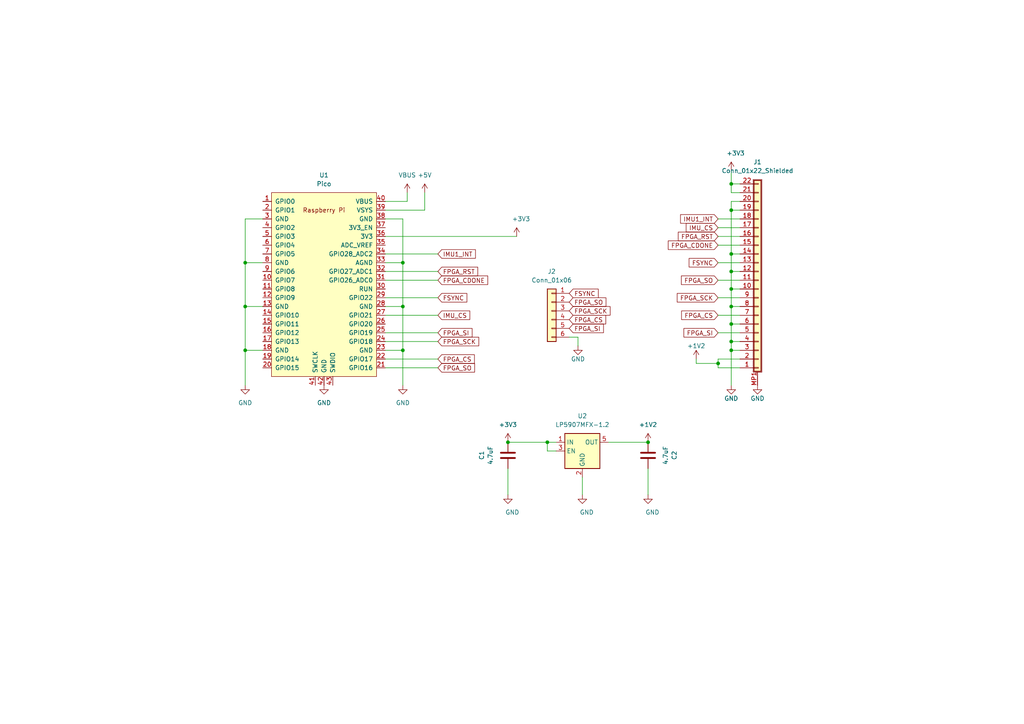
<source format=kicad_sch>
(kicad_sch (version 20211123) (generator eeschema)

  (uuid 27cb6cc3-9568-4449-8035-b04fad31d3b3)

  (paper "A4")

  (title_block
    (title "Breakout board for IMU Array ")
    (date "2024-07-28")
    (rev "Rev 0.1")
    (comment 1 "Designed by Will Whang")
  )

  (lib_symbols
    (symbol "Connector_Generic:Conn_01x06" (pin_names (offset 1.016) hide) (in_bom yes) (on_board yes)
      (property "Reference" "J" (id 0) (at 0 7.62 0)
        (effects (font (size 1.27 1.27)))
      )
      (property "Value" "Conn_01x06" (id 1) (at 0 -10.16 0)
        (effects (font (size 1.27 1.27)))
      )
      (property "Footprint" "" (id 2) (at 0 0 0)
        (effects (font (size 1.27 1.27)) hide)
      )
      (property "Datasheet" "~" (id 3) (at 0 0 0)
        (effects (font (size 1.27 1.27)) hide)
      )
      (property "ki_keywords" "connector" (id 4) (at 0 0 0)
        (effects (font (size 1.27 1.27)) hide)
      )
      (property "ki_description" "Generic connector, single row, 01x06, script generated (kicad-library-utils/schlib/autogen/connector/)" (id 5) (at 0 0 0)
        (effects (font (size 1.27 1.27)) hide)
      )
      (property "ki_fp_filters" "Connector*:*_1x??_*" (id 6) (at 0 0 0)
        (effects (font (size 1.27 1.27)) hide)
      )
      (symbol "Conn_01x06_1_1"
        (rectangle (start -1.27 -7.493) (end 0 -7.747)
          (stroke (width 0.1524) (type default) (color 0 0 0 0))
          (fill (type none))
        )
        (rectangle (start -1.27 -4.953) (end 0 -5.207)
          (stroke (width 0.1524) (type default) (color 0 0 0 0))
          (fill (type none))
        )
        (rectangle (start -1.27 -2.413) (end 0 -2.667)
          (stroke (width 0.1524) (type default) (color 0 0 0 0))
          (fill (type none))
        )
        (rectangle (start -1.27 0.127) (end 0 -0.127)
          (stroke (width 0.1524) (type default) (color 0 0 0 0))
          (fill (type none))
        )
        (rectangle (start -1.27 2.667) (end 0 2.413)
          (stroke (width 0.1524) (type default) (color 0 0 0 0))
          (fill (type none))
        )
        (rectangle (start -1.27 5.207) (end 0 4.953)
          (stroke (width 0.1524) (type default) (color 0 0 0 0))
          (fill (type none))
        )
        (rectangle (start -1.27 6.35) (end 1.27 -8.89)
          (stroke (width 0.254) (type default) (color 0 0 0 0))
          (fill (type background))
        )
        (pin passive line (at -5.08 5.08 0) (length 3.81)
          (name "Pin_1" (effects (font (size 1.27 1.27))))
          (number "1" (effects (font (size 1.27 1.27))))
        )
        (pin passive line (at -5.08 2.54 0) (length 3.81)
          (name "Pin_2" (effects (font (size 1.27 1.27))))
          (number "2" (effects (font (size 1.27 1.27))))
        )
        (pin passive line (at -5.08 0 0) (length 3.81)
          (name "Pin_3" (effects (font (size 1.27 1.27))))
          (number "3" (effects (font (size 1.27 1.27))))
        )
        (pin passive line (at -5.08 -2.54 0) (length 3.81)
          (name "Pin_4" (effects (font (size 1.27 1.27))))
          (number "4" (effects (font (size 1.27 1.27))))
        )
        (pin passive line (at -5.08 -5.08 0) (length 3.81)
          (name "Pin_5" (effects (font (size 1.27 1.27))))
          (number "5" (effects (font (size 1.27 1.27))))
        )
        (pin passive line (at -5.08 -7.62 0) (length 3.81)
          (name "Pin_6" (effects (font (size 1.27 1.27))))
          (number "6" (effects (font (size 1.27 1.27))))
        )
      )
    )
    (symbol "Connector_Generic_Shielded:Conn_01x22_Shielded" (pin_names (offset 1.016) hide) (in_bom yes) (on_board yes)
      (property "Reference" "J?" (id 0) (at 2.54 2.5401 0)
        (effects (font (size 1.27 1.27)) (justify left))
      )
      (property "Value" "Conn_01x22_Shielded" (id 1) (at 2.54 0.0001 0)
        (effects (font (size 1.27 1.27)) (justify left))
      )
      (property "Footprint" "footprints:FH19SC22S05SH09" (id 2) (at 0 0 0)
        (effects (font (size 1.27 1.27)) hide)
      )
      (property "Datasheet" "~" (id 3) (at 0 0 0)
        (effects (font (size 1.27 1.27)) hide)
      )
      (property "ki_keywords" "connector" (id 4) (at 0 0 0)
        (effects (font (size 1.27 1.27)) hide)
      )
      (property "ki_description" "Generic shielded connector, single row, 01x22, script generated (kicad-library-utils/schlib/autogen/connector/)" (id 5) (at 0 0 0)
        (effects (font (size 1.27 1.27)) hide)
      )
      (property "ki_fp_filters" "Connector*:*_1x??-1SH*" (id 6) (at 0 0 0)
        (effects (font (size 1.27 1.27)) hide)
      )
      (symbol "Conn_01x22_Shielded_1_1"
        (rectangle (start -1.27 26.67) (end 1.27 -29.21)
          (stroke (width 0.1524) (type default) (color 0 0 0 0))
          (fill (type none))
        )
        (rectangle (start -1.016 -27.813) (end 0.254 -28.067)
          (stroke (width 0.1524) (type default) (color 0 0 0 0))
          (fill (type none))
        )
        (rectangle (start -1.016 -25.273) (end 0.254 -25.527)
          (stroke (width 0.1524) (type default) (color 0 0 0 0))
          (fill (type none))
        )
        (rectangle (start -1.016 -22.733) (end 0.254 -22.987)
          (stroke (width 0.1524) (type default) (color 0 0 0 0))
          (fill (type none))
        )
        (rectangle (start -1.016 -20.193) (end 0.254 -20.447)
          (stroke (width 0.1524) (type default) (color 0 0 0 0))
          (fill (type none))
        )
        (rectangle (start -1.016 -17.653) (end 0.254 -17.907)
          (stroke (width 0.1524) (type default) (color 0 0 0 0))
          (fill (type none))
        )
        (rectangle (start -1.016 -15.113) (end 0.254 -15.367)
          (stroke (width 0.1524) (type default) (color 0 0 0 0))
          (fill (type none))
        )
        (rectangle (start -1.016 -12.573) (end 0.254 -12.827)
          (stroke (width 0.1524) (type default) (color 0 0 0 0))
          (fill (type none))
        )
        (rectangle (start -1.016 -10.033) (end 0.254 -10.287)
          (stroke (width 0.1524) (type default) (color 0 0 0 0))
          (fill (type none))
        )
        (rectangle (start -1.016 -7.493) (end 0.254 -7.747)
          (stroke (width 0.1524) (type default) (color 0 0 0 0))
          (fill (type none))
        )
        (rectangle (start -1.016 -4.953) (end 0.254 -5.207)
          (stroke (width 0.1524) (type default) (color 0 0 0 0))
          (fill (type none))
        )
        (rectangle (start -1.016 -2.413) (end 0.254 -2.667)
          (stroke (width 0.1524) (type default) (color 0 0 0 0))
          (fill (type none))
        )
        (rectangle (start -1.016 0.127) (end 0.254 -0.127)
          (stroke (width 0.1524) (type default) (color 0 0 0 0))
          (fill (type none))
        )
        (rectangle (start -1.016 2.667) (end 0.254 2.413)
          (stroke (width 0.1524) (type default) (color 0 0 0 0))
          (fill (type none))
        )
        (rectangle (start -1.016 5.207) (end 0.254 4.953)
          (stroke (width 0.1524) (type default) (color 0 0 0 0))
          (fill (type none))
        )
        (rectangle (start -1.016 7.747) (end 0.254 7.493)
          (stroke (width 0.1524) (type default) (color 0 0 0 0))
          (fill (type none))
        )
        (rectangle (start -1.016 10.287) (end 0.254 10.033)
          (stroke (width 0.1524) (type default) (color 0 0 0 0))
          (fill (type none))
        )
        (rectangle (start -1.016 12.827) (end 0.254 12.573)
          (stroke (width 0.1524) (type default) (color 0 0 0 0))
          (fill (type none))
        )
        (rectangle (start -1.016 15.367) (end 0.254 15.113)
          (stroke (width 0.1524) (type default) (color 0 0 0 0))
          (fill (type none))
        )
        (rectangle (start -1.016 17.907) (end 0.254 17.653)
          (stroke (width 0.1524) (type default) (color 0 0 0 0))
          (fill (type none))
        )
        (rectangle (start -1.016 20.447) (end 0.254 20.193)
          (stroke (width 0.1524) (type default) (color 0 0 0 0))
          (fill (type none))
        )
        (rectangle (start -1.016 22.987) (end 0.254 22.733)
          (stroke (width 0.1524) (type default) (color 0 0 0 0))
          (fill (type none))
        )
        (rectangle (start -1.016 25.527) (end 0.254 25.273)
          (stroke (width 0.1524) (type default) (color 0 0 0 0))
          (fill (type none))
        )
        (rectangle (start -1.016 26.416) (end 1.016 -28.956)
          (stroke (width 0.254) (type default) (color 0 0 0 0))
          (fill (type background))
        )
        (pin passive line (at -5.08 25.4 0) (length 4.064)
          (name "Pin_1" (effects (font (size 1.27 1.27))))
          (number "1" (effects (font (size 1.27 1.27))))
        )
        (pin passive line (at -5.08 2.54 0) (length 4.064)
          (name "Pin_10" (effects (font (size 1.27 1.27))))
          (number "10" (effects (font (size 1.27 1.27))))
        )
        (pin passive line (at -5.08 0 0) (length 4.064)
          (name "Pin_11" (effects (font (size 1.27 1.27))))
          (number "11" (effects (font (size 1.27 1.27))))
        )
        (pin passive line (at -5.08 -2.54 0) (length 4.064)
          (name "Pin_12" (effects (font (size 1.27 1.27))))
          (number "12" (effects (font (size 1.27 1.27))))
        )
        (pin passive line (at -5.08 -5.08 0) (length 4.064)
          (name "Pin_13" (effects (font (size 1.27 1.27))))
          (number "13" (effects (font (size 1.27 1.27))))
        )
        (pin passive line (at -5.08 -7.62 0) (length 4.064)
          (name "Pin_14" (effects (font (size 1.27 1.27))))
          (number "14" (effects (font (size 1.27 1.27))))
        )
        (pin passive line (at -5.08 -10.16 0) (length 4.064)
          (name "Pin_15" (effects (font (size 1.27 1.27))))
          (number "15" (effects (font (size 1.27 1.27))))
        )
        (pin passive line (at -5.08 -12.7 0) (length 4.064)
          (name "Pin_16" (effects (font (size 1.27 1.27))))
          (number "16" (effects (font (size 1.27 1.27))))
        )
        (pin passive line (at -5.08 -15.24 0) (length 4.064)
          (name "Pin_17" (effects (font (size 1.27 1.27))))
          (number "17" (effects (font (size 1.27 1.27))))
        )
        (pin passive line (at -5.08 -17.78 0) (length 4.064)
          (name "Pin_18" (effects (font (size 1.27 1.27))))
          (number "18" (effects (font (size 1.27 1.27))))
        )
        (pin passive line (at -5.08 -20.32 0) (length 4.064)
          (name "Pin_19" (effects (font (size 1.27 1.27))))
          (number "19" (effects (font (size 1.27 1.27))))
        )
        (pin passive line (at -5.08 22.86 0) (length 4.064)
          (name "Pin_2" (effects (font (size 1.27 1.27))))
          (number "2" (effects (font (size 1.27 1.27))))
        )
        (pin passive line (at -5.08 -22.86 0) (length 4.064)
          (name "Pin_20" (effects (font (size 1.27 1.27))))
          (number "20" (effects (font (size 1.27 1.27))))
        )
        (pin passive line (at -5.08 -25.4 0) (length 4.064)
          (name "Pin_21" (effects (font (size 1.27 1.27))))
          (number "21" (effects (font (size 1.27 1.27))))
        )
        (pin passive line (at -5.08 -27.94 0) (length 4.064)
          (name "Pin_22" (effects (font (size 1.27 1.27))))
          (number "22" (effects (font (size 1.27 1.27))))
        )
        (pin passive line (at -5.08 20.32 0) (length 4.064)
          (name "Pin_3" (effects (font (size 1.27 1.27))))
          (number "3" (effects (font (size 1.27 1.27))))
        )
        (pin passive line (at -5.08 17.78 0) (length 4.064)
          (name "Pin_4" (effects (font (size 1.27 1.27))))
          (number "4" (effects (font (size 1.27 1.27))))
        )
        (pin passive line (at -5.08 15.24 0) (length 4.064)
          (name "Pin_5" (effects (font (size 1.27 1.27))))
          (number "5" (effects (font (size 1.27 1.27))))
        )
        (pin passive line (at -5.08 12.7 0) (length 4.064)
          (name "Pin_6" (effects (font (size 1.27 1.27))))
          (number "6" (effects (font (size 1.27 1.27))))
        )
        (pin passive line (at -5.08 10.16 0) (length 4.064)
          (name "Pin_7" (effects (font (size 1.27 1.27))))
          (number "7" (effects (font (size 1.27 1.27))))
        )
        (pin passive line (at -5.08 7.62 0) (length 4.064)
          (name "Pin_8" (effects (font (size 1.27 1.27))))
          (number "8" (effects (font (size 1.27 1.27))))
        )
        (pin passive line (at -5.08 5.08 0) (length 4.064)
          (name "Pin_9" (effects (font (size 1.27 1.27))))
          (number "9" (effects (font (size 1.27 1.27))))
        )
        (pin passive line (at 0 30.48 270) (length 3.81)
          (name "Shield" (effects (font (size 1.27 1.27))))
          (number "MP1" (effects (font (size 1.27 1.27))))
        )
        (pin passive line (at 0 30.48 270) (length 3.81) hide
          (name "Shield" (effects (font (size 1.27 1.27))))
          (number "MP2" (effects (font (size 1.27 1.27))))
        )
      )
    )
    (symbol "Device:C" (pin_numbers hide) (pin_names (offset 0.254)) (in_bom yes) (on_board yes)
      (property "Reference" "C" (id 0) (at 0.635 2.54 0)
        (effects (font (size 1.27 1.27)) (justify left))
      )
      (property "Value" "C" (id 1) (at 0.635 -2.54 0)
        (effects (font (size 1.27 1.27)) (justify left))
      )
      (property "Footprint" "" (id 2) (at 0.9652 -3.81 0)
        (effects (font (size 1.27 1.27)) hide)
      )
      (property "Datasheet" "~" (id 3) (at 0 0 0)
        (effects (font (size 1.27 1.27)) hide)
      )
      (property "ki_keywords" "cap capacitor" (id 4) (at 0 0 0)
        (effects (font (size 1.27 1.27)) hide)
      )
      (property "ki_description" "Unpolarized capacitor" (id 5) (at 0 0 0)
        (effects (font (size 1.27 1.27)) hide)
      )
      (property "ki_fp_filters" "C_*" (id 6) (at 0 0 0)
        (effects (font (size 1.27 1.27)) hide)
      )
      (symbol "C_0_1"
        (polyline
          (pts
            (xy -2.032 -0.762)
            (xy 2.032 -0.762)
          )
          (stroke (width 0.508) (type default) (color 0 0 0 0))
          (fill (type none))
        )
        (polyline
          (pts
            (xy -2.032 0.762)
            (xy 2.032 0.762)
          )
          (stroke (width 0.508) (type default) (color 0 0 0 0))
          (fill (type none))
        )
      )
      (symbol "C_1_1"
        (pin passive line (at 0 3.81 270) (length 2.794)
          (name "~" (effects (font (size 1.27 1.27))))
          (number "1" (effects (font (size 1.27 1.27))))
        )
        (pin passive line (at 0 -3.81 90) (length 2.794)
          (name "~" (effects (font (size 1.27 1.27))))
          (number "2" (effects (font (size 1.27 1.27))))
        )
      )
    )
    (symbol "MCU_RaspberryPi_and_Boards:Pico" (pin_names (offset 1.016)) (in_bom yes) (on_board yes)
      (property "Reference" "U" (id 0) (at -13.97 27.94 0)
        (effects (font (size 1.27 1.27)))
      )
      (property "Value" "Pico" (id 1) (at 0 19.05 0)
        (effects (font (size 1.27 1.27)))
      )
      (property "Footprint" "RPi_Pico:RPi_Pico_SMD_TH" (id 2) (at 0 0 90)
        (effects (font (size 1.27 1.27)) hide)
      )
      (property "Datasheet" "" (id 3) (at 0 0 0)
        (effects (font (size 1.27 1.27)) hide)
      )
      (symbol "Pico_0_0"
        (text "Raspberry Pi" (at 0 21.59 0)
          (effects (font (size 1.27 1.27)))
        )
      )
      (symbol "Pico_0_1"
        (rectangle (start -15.24 26.67) (end 15.24 -26.67)
          (stroke (width 0) (type default) (color 0 0 0 0))
          (fill (type background))
        )
      )
      (symbol "Pico_1_1"
        (pin bidirectional line (at -17.78 24.13 0) (length 2.54)
          (name "GPIO0" (effects (font (size 1.27 1.27))))
          (number "1" (effects (font (size 1.27 1.27))))
        )
        (pin bidirectional line (at -17.78 1.27 0) (length 2.54)
          (name "GPIO7" (effects (font (size 1.27 1.27))))
          (number "10" (effects (font (size 1.27 1.27))))
        )
        (pin bidirectional line (at -17.78 -1.27 0) (length 2.54)
          (name "GPIO8" (effects (font (size 1.27 1.27))))
          (number "11" (effects (font (size 1.27 1.27))))
        )
        (pin bidirectional line (at -17.78 -3.81 0) (length 2.54)
          (name "GPIO9" (effects (font (size 1.27 1.27))))
          (number "12" (effects (font (size 1.27 1.27))))
        )
        (pin power_in line (at -17.78 -6.35 0) (length 2.54)
          (name "GND" (effects (font (size 1.27 1.27))))
          (number "13" (effects (font (size 1.27 1.27))))
        )
        (pin bidirectional line (at -17.78 -8.89 0) (length 2.54)
          (name "GPIO10" (effects (font (size 1.27 1.27))))
          (number "14" (effects (font (size 1.27 1.27))))
        )
        (pin bidirectional line (at -17.78 -11.43 0) (length 2.54)
          (name "GPIO11" (effects (font (size 1.27 1.27))))
          (number "15" (effects (font (size 1.27 1.27))))
        )
        (pin bidirectional line (at -17.78 -13.97 0) (length 2.54)
          (name "GPIO12" (effects (font (size 1.27 1.27))))
          (number "16" (effects (font (size 1.27 1.27))))
        )
        (pin bidirectional line (at -17.78 -16.51 0) (length 2.54)
          (name "GPIO13" (effects (font (size 1.27 1.27))))
          (number "17" (effects (font (size 1.27 1.27))))
        )
        (pin power_in line (at -17.78 -19.05 0) (length 2.54)
          (name "GND" (effects (font (size 1.27 1.27))))
          (number "18" (effects (font (size 1.27 1.27))))
        )
        (pin bidirectional line (at -17.78 -21.59 0) (length 2.54)
          (name "GPIO14" (effects (font (size 1.27 1.27))))
          (number "19" (effects (font (size 1.27 1.27))))
        )
        (pin bidirectional line (at -17.78 21.59 0) (length 2.54)
          (name "GPIO1" (effects (font (size 1.27 1.27))))
          (number "2" (effects (font (size 1.27 1.27))))
        )
        (pin bidirectional line (at -17.78 -24.13 0) (length 2.54)
          (name "GPIO15" (effects (font (size 1.27 1.27))))
          (number "20" (effects (font (size 1.27 1.27))))
        )
        (pin bidirectional line (at 17.78 -24.13 180) (length 2.54)
          (name "GPIO16" (effects (font (size 1.27 1.27))))
          (number "21" (effects (font (size 1.27 1.27))))
        )
        (pin bidirectional line (at 17.78 -21.59 180) (length 2.54)
          (name "GPIO17" (effects (font (size 1.27 1.27))))
          (number "22" (effects (font (size 1.27 1.27))))
        )
        (pin power_in line (at 17.78 -19.05 180) (length 2.54)
          (name "GND" (effects (font (size 1.27 1.27))))
          (number "23" (effects (font (size 1.27 1.27))))
        )
        (pin bidirectional line (at 17.78 -16.51 180) (length 2.54)
          (name "GPIO18" (effects (font (size 1.27 1.27))))
          (number "24" (effects (font (size 1.27 1.27))))
        )
        (pin bidirectional line (at 17.78 -13.97 180) (length 2.54)
          (name "GPIO19" (effects (font (size 1.27 1.27))))
          (number "25" (effects (font (size 1.27 1.27))))
        )
        (pin bidirectional line (at 17.78 -11.43 180) (length 2.54)
          (name "GPIO20" (effects (font (size 1.27 1.27))))
          (number "26" (effects (font (size 1.27 1.27))))
        )
        (pin bidirectional line (at 17.78 -8.89 180) (length 2.54)
          (name "GPIO21" (effects (font (size 1.27 1.27))))
          (number "27" (effects (font (size 1.27 1.27))))
        )
        (pin power_in line (at 17.78 -6.35 180) (length 2.54)
          (name "GND" (effects (font (size 1.27 1.27))))
          (number "28" (effects (font (size 1.27 1.27))))
        )
        (pin bidirectional line (at 17.78 -3.81 180) (length 2.54)
          (name "GPIO22" (effects (font (size 1.27 1.27))))
          (number "29" (effects (font (size 1.27 1.27))))
        )
        (pin power_in line (at -17.78 19.05 0) (length 2.54)
          (name "GND" (effects (font (size 1.27 1.27))))
          (number "3" (effects (font (size 1.27 1.27))))
        )
        (pin input line (at 17.78 -1.27 180) (length 2.54)
          (name "RUN" (effects (font (size 1.27 1.27))))
          (number "30" (effects (font (size 1.27 1.27))))
        )
        (pin bidirectional line (at 17.78 1.27 180) (length 2.54)
          (name "GPIO26_ADC0" (effects (font (size 1.27 1.27))))
          (number "31" (effects (font (size 1.27 1.27))))
        )
        (pin bidirectional line (at 17.78 3.81 180) (length 2.54)
          (name "GPIO27_ADC1" (effects (font (size 1.27 1.27))))
          (number "32" (effects (font (size 1.27 1.27))))
        )
        (pin power_in line (at 17.78 6.35 180) (length 2.54)
          (name "AGND" (effects (font (size 1.27 1.27))))
          (number "33" (effects (font (size 1.27 1.27))))
        )
        (pin bidirectional line (at 17.78 8.89 180) (length 2.54)
          (name "GPIO28_ADC2" (effects (font (size 1.27 1.27))))
          (number "34" (effects (font (size 1.27 1.27))))
        )
        (pin unspecified line (at 17.78 11.43 180) (length 2.54)
          (name "ADC_VREF" (effects (font (size 1.27 1.27))))
          (number "35" (effects (font (size 1.27 1.27))))
        )
        (pin unspecified line (at 17.78 13.97 180) (length 2.54)
          (name "3V3" (effects (font (size 1.27 1.27))))
          (number "36" (effects (font (size 1.27 1.27))))
        )
        (pin input line (at 17.78 16.51 180) (length 2.54)
          (name "3V3_EN" (effects (font (size 1.27 1.27))))
          (number "37" (effects (font (size 1.27 1.27))))
        )
        (pin bidirectional line (at 17.78 19.05 180) (length 2.54)
          (name "GND" (effects (font (size 1.27 1.27))))
          (number "38" (effects (font (size 1.27 1.27))))
        )
        (pin unspecified line (at 17.78 21.59 180) (length 2.54)
          (name "VSYS" (effects (font (size 1.27 1.27))))
          (number "39" (effects (font (size 1.27 1.27))))
        )
        (pin bidirectional line (at -17.78 16.51 0) (length 2.54)
          (name "GPIO2" (effects (font (size 1.27 1.27))))
          (number "4" (effects (font (size 1.27 1.27))))
        )
        (pin unspecified line (at 17.78 24.13 180) (length 2.54)
          (name "VBUS" (effects (font (size 1.27 1.27))))
          (number "40" (effects (font (size 1.27 1.27))))
        )
        (pin input line (at -2.54 -29.21 90) (length 2.54)
          (name "SWCLK" (effects (font (size 1.27 1.27))))
          (number "41" (effects (font (size 1.27 1.27))))
        )
        (pin power_in line (at 0 -29.21 90) (length 2.54)
          (name "GND" (effects (font (size 1.27 1.27))))
          (number "42" (effects (font (size 1.27 1.27))))
        )
        (pin bidirectional line (at 2.54 -29.21 90) (length 2.54)
          (name "SWDIO" (effects (font (size 1.27 1.27))))
          (number "43" (effects (font (size 1.27 1.27))))
        )
        (pin bidirectional line (at -17.78 13.97 0) (length 2.54)
          (name "GPIO3" (effects (font (size 1.27 1.27))))
          (number "5" (effects (font (size 1.27 1.27))))
        )
        (pin bidirectional line (at -17.78 11.43 0) (length 2.54)
          (name "GPIO4" (effects (font (size 1.27 1.27))))
          (number "6" (effects (font (size 1.27 1.27))))
        )
        (pin bidirectional line (at -17.78 8.89 0) (length 2.54)
          (name "GPIO5" (effects (font (size 1.27 1.27))))
          (number "7" (effects (font (size 1.27 1.27))))
        )
        (pin power_in line (at -17.78 6.35 0) (length 2.54)
          (name "GND" (effects (font (size 1.27 1.27))))
          (number "8" (effects (font (size 1.27 1.27))))
        )
        (pin bidirectional line (at -17.78 3.81 0) (length 2.54)
          (name "GPIO6" (effects (font (size 1.27 1.27))))
          (number "9" (effects (font (size 1.27 1.27))))
        )
      )
    )
    (symbol "Regulator_Linear:LP5907MFX-1.8" (in_bom yes) (on_board yes)
      (property "Reference" "U" (id 0) (at -3.81 6.35 0)
        (effects (font (size 1.27 1.27)))
      )
      (property "Value" "LP5907MFX-1.8" (id 1) (at 6.35 6.35 0)
        (effects (font (size 1.27 1.27)))
      )
      (property "Footprint" "Package_TO_SOT_SMD:SOT-23-5" (id 2) (at 0 8.89 0)
        (effects (font (size 1.27 1.27)) hide)
      )
      (property "Datasheet" "http://www.ti.com/lit/ds/symlink/lp5907.pdf" (id 3) (at 0 12.7 0)
        (effects (font (size 1.27 1.27)) hide)
      )
      (property "ki_keywords" "Single Output LDO Low-Noise" (id 4) (at 0 0 0)
        (effects (font (size 1.27 1.27)) hide)
      )
      (property "ki_description" "250-mA Ultra-Low-Noise Low-IQ LDO, 1.8V, SOT-23" (id 5) (at 0 0 0)
        (effects (font (size 1.27 1.27)) hide)
      )
      (property "ki_fp_filters" "SOT?23*" (id 6) (at 0 0 0)
        (effects (font (size 1.27 1.27)) hide)
      )
      (symbol "LP5907MFX-1.8_0_1"
        (rectangle (start -5.08 -5.08) (end 5.08 5.08)
          (stroke (width 0.254) (type default) (color 0 0 0 0))
          (fill (type background))
        )
        (pin power_in line (at -7.62 2.54 0) (length 2.54)
          (name "IN" (effects (font (size 1.27 1.27))))
          (number "1" (effects (font (size 1.27 1.27))))
        )
        (pin power_in line (at 0 -7.62 90) (length 2.54)
          (name "GND" (effects (font (size 1.27 1.27))))
          (number "2" (effects (font (size 1.27 1.27))))
        )
        (pin input line (at -7.62 0 0) (length 2.54)
          (name "EN" (effects (font (size 1.27 1.27))))
          (number "3" (effects (font (size 1.27 1.27))))
        )
        (pin no_connect line (at 5.08 0 180) (length 2.54) hide
          (name "NC" (effects (font (size 1.27 1.27))))
          (number "4" (effects (font (size 1.27 1.27))))
        )
        (pin power_out line (at 7.62 2.54 180) (length 2.54)
          (name "OUT" (effects (font (size 1.27 1.27))))
          (number "5" (effects (font (size 1.27 1.27))))
        )
      )
    )
    (symbol "power:+1V2" (power) (pin_names (offset 0)) (in_bom yes) (on_board yes)
      (property "Reference" "#PWR" (id 0) (at 0 -3.81 0)
        (effects (font (size 1.27 1.27)) hide)
      )
      (property "Value" "+1V2" (id 1) (at 0 3.556 0)
        (effects (font (size 1.27 1.27)))
      )
      (property "Footprint" "" (id 2) (at 0 0 0)
        (effects (font (size 1.27 1.27)) hide)
      )
      (property "Datasheet" "" (id 3) (at 0 0 0)
        (effects (font (size 1.27 1.27)) hide)
      )
      (property "ki_keywords" "power-flag" (id 4) (at 0 0 0)
        (effects (font (size 1.27 1.27)) hide)
      )
      (property "ki_description" "Power symbol creates a global label with name \"+1V2\"" (id 5) (at 0 0 0)
        (effects (font (size 1.27 1.27)) hide)
      )
      (symbol "+1V2_0_1"
        (polyline
          (pts
            (xy -0.762 1.27)
            (xy 0 2.54)
          )
          (stroke (width 0) (type default) (color 0 0 0 0))
          (fill (type none))
        )
        (polyline
          (pts
            (xy 0 0)
            (xy 0 2.54)
          )
          (stroke (width 0) (type default) (color 0 0 0 0))
          (fill (type none))
        )
        (polyline
          (pts
            (xy 0 2.54)
            (xy 0.762 1.27)
          )
          (stroke (width 0) (type default) (color 0 0 0 0))
          (fill (type none))
        )
      )
      (symbol "+1V2_1_1"
        (pin power_in line (at 0 0 90) (length 0) hide
          (name "+1V2" (effects (font (size 1.27 1.27))))
          (number "1" (effects (font (size 1.27 1.27))))
        )
      )
    )
    (symbol "power:+3V3" (power) (pin_names (offset 0)) (in_bom yes) (on_board yes)
      (property "Reference" "#PWR" (id 0) (at 0 -3.81 0)
        (effects (font (size 1.27 1.27)) hide)
      )
      (property "Value" "+3V3" (id 1) (at 0 3.556 0)
        (effects (font (size 1.27 1.27)))
      )
      (property "Footprint" "" (id 2) (at 0 0 0)
        (effects (font (size 1.27 1.27)) hide)
      )
      (property "Datasheet" "" (id 3) (at 0 0 0)
        (effects (font (size 1.27 1.27)) hide)
      )
      (property "ki_keywords" "power-flag" (id 4) (at 0 0 0)
        (effects (font (size 1.27 1.27)) hide)
      )
      (property "ki_description" "Power symbol creates a global label with name \"+3V3\"" (id 5) (at 0 0 0)
        (effects (font (size 1.27 1.27)) hide)
      )
      (symbol "+3V3_0_1"
        (polyline
          (pts
            (xy -0.762 1.27)
            (xy 0 2.54)
          )
          (stroke (width 0) (type default) (color 0 0 0 0))
          (fill (type none))
        )
        (polyline
          (pts
            (xy 0 0)
            (xy 0 2.54)
          )
          (stroke (width 0) (type default) (color 0 0 0 0))
          (fill (type none))
        )
        (polyline
          (pts
            (xy 0 2.54)
            (xy 0.762 1.27)
          )
          (stroke (width 0) (type default) (color 0 0 0 0))
          (fill (type none))
        )
      )
      (symbol "+3V3_1_1"
        (pin power_in line (at 0 0 90) (length 0) hide
          (name "+3V3" (effects (font (size 1.27 1.27))))
          (number "1" (effects (font (size 1.27 1.27))))
        )
      )
    )
    (symbol "power:+5V" (power) (pin_names (offset 0)) (in_bom yes) (on_board yes)
      (property "Reference" "#PWR" (id 0) (at 0 -3.81 0)
        (effects (font (size 1.27 1.27)) hide)
      )
      (property "Value" "+5V" (id 1) (at 0 3.556 0)
        (effects (font (size 1.27 1.27)))
      )
      (property "Footprint" "" (id 2) (at 0 0 0)
        (effects (font (size 1.27 1.27)) hide)
      )
      (property "Datasheet" "" (id 3) (at 0 0 0)
        (effects (font (size 1.27 1.27)) hide)
      )
      (property "ki_keywords" "power-flag" (id 4) (at 0 0 0)
        (effects (font (size 1.27 1.27)) hide)
      )
      (property "ki_description" "Power symbol creates a global label with name \"+5V\"" (id 5) (at 0 0 0)
        (effects (font (size 1.27 1.27)) hide)
      )
      (symbol "+5V_0_1"
        (polyline
          (pts
            (xy -0.762 1.27)
            (xy 0 2.54)
          )
          (stroke (width 0) (type default) (color 0 0 0 0))
          (fill (type none))
        )
        (polyline
          (pts
            (xy 0 0)
            (xy 0 2.54)
          )
          (stroke (width 0) (type default) (color 0 0 0 0))
          (fill (type none))
        )
        (polyline
          (pts
            (xy 0 2.54)
            (xy 0.762 1.27)
          )
          (stroke (width 0) (type default) (color 0 0 0 0))
          (fill (type none))
        )
      )
      (symbol "+5V_1_1"
        (pin power_in line (at 0 0 90) (length 0) hide
          (name "+5V" (effects (font (size 1.27 1.27))))
          (number "1" (effects (font (size 1.27 1.27))))
        )
      )
    )
    (symbol "power:GND" (power) (pin_names (offset 0)) (in_bom yes) (on_board yes)
      (property "Reference" "#PWR" (id 0) (at 0 -6.35 0)
        (effects (font (size 1.27 1.27)) hide)
      )
      (property "Value" "GND" (id 1) (at 0 -3.81 0)
        (effects (font (size 1.27 1.27)))
      )
      (property "Footprint" "" (id 2) (at 0 0 0)
        (effects (font (size 1.27 1.27)) hide)
      )
      (property "Datasheet" "" (id 3) (at 0 0 0)
        (effects (font (size 1.27 1.27)) hide)
      )
      (property "ki_keywords" "power-flag" (id 4) (at 0 0 0)
        (effects (font (size 1.27 1.27)) hide)
      )
      (property "ki_description" "Power symbol creates a global label with name \"GND\" , ground" (id 5) (at 0 0 0)
        (effects (font (size 1.27 1.27)) hide)
      )
      (symbol "GND_0_1"
        (polyline
          (pts
            (xy 0 0)
            (xy 0 -1.27)
            (xy 1.27 -1.27)
            (xy 0 -2.54)
            (xy -1.27 -1.27)
            (xy 0 -1.27)
          )
          (stroke (width 0) (type default) (color 0 0 0 0))
          (fill (type none))
        )
      )
      (symbol "GND_1_1"
        (pin power_in line (at 0 0 270) (length 0) hide
          (name "GND" (effects (font (size 1.27 1.27))))
          (number "1" (effects (font (size 1.27 1.27))))
        )
      )
    )
    (symbol "power:VBUS" (power) (pin_names (offset 0)) (in_bom yes) (on_board yes)
      (property "Reference" "#PWR" (id 0) (at 0 -3.81 0)
        (effects (font (size 1.27 1.27)) hide)
      )
      (property "Value" "VBUS" (id 1) (at 0 3.81 0)
        (effects (font (size 1.27 1.27)))
      )
      (property "Footprint" "" (id 2) (at 0 0 0)
        (effects (font (size 1.27 1.27)) hide)
      )
      (property "Datasheet" "" (id 3) (at 0 0 0)
        (effects (font (size 1.27 1.27)) hide)
      )
      (property "ki_keywords" "power-flag" (id 4) (at 0 0 0)
        (effects (font (size 1.27 1.27)) hide)
      )
      (property "ki_description" "Power symbol creates a global label with name \"VBUS\"" (id 5) (at 0 0 0)
        (effects (font (size 1.27 1.27)) hide)
      )
      (symbol "VBUS_0_1"
        (polyline
          (pts
            (xy -0.762 1.27)
            (xy 0 2.54)
          )
          (stroke (width 0) (type default) (color 0 0 0 0))
          (fill (type none))
        )
        (polyline
          (pts
            (xy 0 0)
            (xy 0 2.54)
          )
          (stroke (width 0) (type default) (color 0 0 0 0))
          (fill (type none))
        )
        (polyline
          (pts
            (xy 0 2.54)
            (xy 0.762 1.27)
          )
          (stroke (width 0) (type default) (color 0 0 0 0))
          (fill (type none))
        )
      )
      (symbol "VBUS_1_1"
        (pin power_in line (at 0 0 90) (length 0) hide
          (name "VBUS" (effects (font (size 1.27 1.27))))
          (number "1" (effects (font (size 1.27 1.27))))
        )
      )
    )
  )

  (junction (at 147.32 128.27) (diameter 0) (color 0 0 0 0)
    (uuid 116406fa-c0c2-43af-9a0f-b820815637b4)
  )
  (junction (at 212.09 53.34) (diameter 0) (color 0 0 0 0)
    (uuid 1c51c775-0f25-483c-89d8-c466cf84bc96)
  )
  (junction (at 116.84 88.9) (diameter 0) (color 0 0 0 0)
    (uuid 21688e9f-db0d-4803-8dcc-1dba5d0f4a62)
  )
  (junction (at 158.75 128.27) (diameter 0) (color 0 0 0 0)
    (uuid 21d14e7c-7172-47f6-bec1-98aa8493f4e2)
  )
  (junction (at 116.84 76.2) (diameter 0) (color 0 0 0 0)
    (uuid 31c9c5b1-251d-4fb1-a5d0-13a44598dae5)
  )
  (junction (at 212.09 99.06) (diameter 0) (color 0 0 0 0)
    (uuid 355e4571-add8-4e56-859d-19c5074b0bde)
  )
  (junction (at 212.09 101.6) (diameter 0) (color 0 0 0 0)
    (uuid 3bab5819-26f5-4d5a-abce-aef4921f6110)
  )
  (junction (at 212.09 83.82) (diameter 0) (color 0 0 0 0)
    (uuid 4d6ce01b-6f4f-4be2-aff4-07546a23e687)
  )
  (junction (at 212.09 93.98) (diameter 0) (color 0 0 0 0)
    (uuid 530d97d1-fb96-4a6b-a254-8d9c33b70c71)
  )
  (junction (at 71.12 76.2) (diameter 0) (color 0 0 0 0)
    (uuid 77a5d914-de81-4af2-be41-f22258e018f6)
  )
  (junction (at 71.12 88.9) (diameter 0) (color 0 0 0 0)
    (uuid 7e72f01b-44ea-49b1-aaaa-c159036a1760)
  )
  (junction (at 212.09 60.96) (diameter 0) (color 0 0 0 0)
    (uuid 8fc99402-4cae-4f43-985c-b49cce7529ea)
  )
  (junction (at 187.96 128.27) (diameter 0) (color 0 0 0 0)
    (uuid a129b7ec-658b-42e1-b9a4-f8817dc5df3b)
  )
  (junction (at 71.12 101.6) (diameter 0) (color 0 0 0 0)
    (uuid ae128ed3-3944-49f7-8fe5-a6390e412d41)
  )
  (junction (at 116.84 101.6) (diameter 0) (color 0 0 0 0)
    (uuid bc2757fd-a0dd-4d44-8b14-a914cc5a7881)
  )
  (junction (at 212.09 88.9) (diameter 0) (color 0 0 0 0)
    (uuid c2b58a10-d5e4-42c5-b7ba-a01a0872e668)
  )
  (junction (at 212.09 78.74) (diameter 0) (color 0 0 0 0)
    (uuid d7be605e-e08f-428f-ad0e-793f45a5bf1a)
  )
  (junction (at 208.28 105.41) (diameter 0) (color 0 0 0 0)
    (uuid da12483a-b847-4549-bfa6-6dd2882b9cf2)
  )
  (junction (at 212.09 73.66) (diameter 0) (color 0 0 0 0)
    (uuid e4833743-72e0-4790-bd03-285db310e5cb)
  )

  (wire (pts (xy 123.19 60.96) (xy 123.19 55.88))
    (stroke (width 0) (type default) (color 0 0 0 0))
    (uuid 01e6b5f5-f90f-41a7-8c26-25072a1fe6a1)
  )
  (wire (pts (xy 71.12 101.6) (xy 76.2 101.6))
    (stroke (width 0) (type default) (color 0 0 0 0))
    (uuid 05a52255-c09b-4d40-9159-5bb493364b36)
  )
  (wire (pts (xy 111.76 78.74) (xy 127 78.74))
    (stroke (width 0) (type default) (color 0 0 0 0))
    (uuid 0c579192-6f72-4e3b-96a6-7db36fba0b88)
  )
  (wire (pts (xy 212.09 60.96) (xy 214.63 60.96))
    (stroke (width 0) (type default) (color 0 0 0 0))
    (uuid 0ca7591a-b887-4212-9940-9f8b1b36e313)
  )
  (wire (pts (xy 111.76 101.6) (xy 116.84 101.6))
    (stroke (width 0) (type default) (color 0 0 0 0))
    (uuid 0cbb30b2-3f2f-4d51-b657-0599c50d3eab)
  )
  (wire (pts (xy 111.76 104.14) (xy 127 104.14))
    (stroke (width 0) (type default) (color 0 0 0 0))
    (uuid 0d8acac2-007c-4203-bd43-d8c940d8c60e)
  )
  (wire (pts (xy 212.09 58.42) (xy 212.09 60.96))
    (stroke (width 0) (type default) (color 0 0 0 0))
    (uuid 105b57ec-2794-47db-ba3e-84ff88a475e5)
  )
  (wire (pts (xy 214.63 99.06) (xy 212.09 99.06))
    (stroke (width 0) (type default) (color 0 0 0 0))
    (uuid 1a49dcc6-ee45-4f60-889a-2d62543204fc)
  )
  (wire (pts (xy 187.96 135.89) (xy 187.96 143.51))
    (stroke (width 0) (type solid) (color 0 0 0 0))
    (uuid 1cb37df4-ce29-417f-834c-6e0387e62e20)
  )
  (wire (pts (xy 111.76 73.66) (xy 127 73.66))
    (stroke (width 0) (type default) (color 0 0 0 0))
    (uuid 1fecfa5a-a8c2-4734-872f-e1ee6fc4840d)
  )
  (wire (pts (xy 71.12 88.9) (xy 71.12 101.6))
    (stroke (width 0) (type default) (color 0 0 0 0))
    (uuid 201e558b-718d-4c02-a4b1-ab92061d8d6d)
  )
  (wire (pts (xy 201.93 105.41) (xy 208.28 105.41))
    (stroke (width 0) (type default) (color 0 0 0 0))
    (uuid 22169359-1002-414c-90ba-f4567f64246d)
  )
  (wire (pts (xy 212.09 49.53) (xy 212.09 53.34))
    (stroke (width 0) (type default) (color 0 0 0 0))
    (uuid 2443280f-7acb-40ca-8730-bcc011e12b09)
  )
  (wire (pts (xy 111.76 68.58) (xy 149.86 68.58))
    (stroke (width 0) (type default) (color 0 0 0 0))
    (uuid 246d6687-2a34-41ea-86a3-a22d9b454b0c)
  )
  (wire (pts (xy 71.12 76.2) (xy 76.2 76.2))
    (stroke (width 0) (type default) (color 0 0 0 0))
    (uuid 280e1fde-8f56-4b70-ba8c-c3cb86267a8c)
  )
  (wire (pts (xy 168.91 138.43) (xy 168.91 143.51))
    (stroke (width 0) (type solid) (color 0 0 0 0))
    (uuid 2866145f-d661-4b5d-8ed6-0589c52ec037)
  )
  (wire (pts (xy 111.76 60.96) (xy 123.19 60.96))
    (stroke (width 0) (type default) (color 0 0 0 0))
    (uuid 2a29e706-86a8-4370-b1ee-c561e35ebfae)
  )
  (wire (pts (xy 111.76 86.36) (xy 127 86.36))
    (stroke (width 0) (type default) (color 0 0 0 0))
    (uuid 35315146-b603-43f3-8737-b313a5bcd1c7)
  )
  (wire (pts (xy 111.76 99.06) (xy 127 99.06))
    (stroke (width 0) (type default) (color 0 0 0 0))
    (uuid 40319147-9d87-4369-b06f-b5df2715ac36)
  )
  (wire (pts (xy 118.11 58.42) (xy 118.11 55.88))
    (stroke (width 0) (type default) (color 0 0 0 0))
    (uuid 41b7cc5f-fa92-4dc0-92f4-28d2b92984c8)
  )
  (wire (pts (xy 208.28 71.12) (xy 214.63 71.12))
    (stroke (width 0) (type default) (color 0 0 0 0))
    (uuid 43449e27-4d85-4032-8990-3464c988ae6a)
  )
  (wire (pts (xy 116.84 88.9) (xy 116.84 101.6))
    (stroke (width 0) (type default) (color 0 0 0 0))
    (uuid 47959ef7-aee0-429a-8086-909a77a78955)
  )
  (wire (pts (xy 111.76 81.28) (xy 127 81.28))
    (stroke (width 0) (type default) (color 0 0 0 0))
    (uuid 4cb023a4-3f7e-47d3-a5cb-0eb9621ca77b)
  )
  (wire (pts (xy 71.12 101.6) (xy 71.12 111.76))
    (stroke (width 0) (type default) (color 0 0 0 0))
    (uuid 4fbfde69-ee76-429f-8bc5-7a89eca01034)
  )
  (wire (pts (xy 76.2 63.5) (xy 71.12 63.5))
    (stroke (width 0) (type default) (color 0 0 0 0))
    (uuid 519b2cdf-f903-4912-a974-e3a8473cb6d2)
  )
  (wire (pts (xy 208.28 76.2) (xy 214.63 76.2))
    (stroke (width 0) (type default) (color 0 0 0 0))
    (uuid 5529c27b-9ec2-4d85-af6f-404cc4929830)
  )
  (wire (pts (xy 212.09 78.74) (xy 214.63 78.74))
    (stroke (width 0) (type default) (color 0 0 0 0))
    (uuid 593f4487-e75e-4205-8954-2e0174fc68a5)
  )
  (wire (pts (xy 71.12 63.5) (xy 71.12 76.2))
    (stroke (width 0) (type default) (color 0 0 0 0))
    (uuid 59b5e533-ceab-4bee-95e6-396125f5231a)
  )
  (wire (pts (xy 111.76 88.9) (xy 116.84 88.9))
    (stroke (width 0) (type default) (color 0 0 0 0))
    (uuid 632dd95f-ea40-464d-864f-d643072f17a3)
  )
  (wire (pts (xy 212.09 93.98) (xy 212.09 99.06))
    (stroke (width 0) (type default) (color 0 0 0 0))
    (uuid 69afb36f-38c7-486f-9bad-3c59cf6bb002)
  )
  (wire (pts (xy 214.63 55.88) (xy 212.09 55.88))
    (stroke (width 0) (type default) (color 0 0 0 0))
    (uuid 6f5f91e1-01b3-4fdb-815e-a19da37f450f)
  )
  (wire (pts (xy 208.28 68.58) (xy 214.63 68.58))
    (stroke (width 0) (type default) (color 0 0 0 0))
    (uuid 6ff7488d-eb57-4fe1-9e86-e01ee8ee85a8)
  )
  (wire (pts (xy 208.28 106.68) (xy 214.63 106.68))
    (stroke (width 0) (type default) (color 0 0 0 0))
    (uuid 74564550-f349-47aa-bf64-94bcc6e8578c)
  )
  (wire (pts (xy 116.84 63.5) (xy 116.84 76.2))
    (stroke (width 0) (type default) (color 0 0 0 0))
    (uuid 77ca7c0a-a65e-46a0-9ccc-b41a4b21c724)
  )
  (wire (pts (xy 212.09 93.98) (xy 214.63 93.98))
    (stroke (width 0) (type default) (color 0 0 0 0))
    (uuid 7b5084bc-d6ee-4078-b784-7eb65a89ea7c)
  )
  (wire (pts (xy 71.12 76.2) (xy 71.12 88.9))
    (stroke (width 0) (type default) (color 0 0 0 0))
    (uuid 7be2fa6b-1db2-461a-a542-af6964e801ea)
  )
  (wire (pts (xy 212.09 88.9) (xy 214.63 88.9))
    (stroke (width 0) (type default) (color 0 0 0 0))
    (uuid 8160d8d3-4a0e-422a-bb66-3f6f5bcaa8a0)
  )
  (wire (pts (xy 201.93 104.14) (xy 201.93 105.41))
    (stroke (width 0) (type default) (color 0 0 0 0))
    (uuid 81c09cdc-d220-4056-852a-708df2f5652d)
  )
  (wire (pts (xy 147.32 135.89) (xy 147.32 143.51))
    (stroke (width 0) (type solid) (color 0 0 0 0))
    (uuid 838dcdb5-745f-4cbc-a0a0-5beed7eb0b26)
  )
  (wire (pts (xy 111.76 106.68) (xy 127 106.68))
    (stroke (width 0) (type default) (color 0 0 0 0))
    (uuid 88b37228-eaaa-45d8-93ac-6b7bd71379d3)
  )
  (wire (pts (xy 167.64 97.79) (xy 167.64 100.33))
    (stroke (width 0) (type default) (color 0 0 0 0))
    (uuid 910a4c9f-37d3-4fba-9720-f75adf30337d)
  )
  (wire (pts (xy 214.63 58.42) (xy 212.09 58.42))
    (stroke (width 0) (type default) (color 0 0 0 0))
    (uuid 92d9db26-4c21-448e-8ee5-46e50c10081e)
  )
  (wire (pts (xy 212.09 78.74) (xy 212.09 83.82))
    (stroke (width 0) (type default) (color 0 0 0 0))
    (uuid 935b1ff1-9e60-4847-8f19-3fcce08d334a)
  )
  (wire (pts (xy 212.09 83.82) (xy 214.63 83.82))
    (stroke (width 0) (type default) (color 0 0 0 0))
    (uuid 94e53c97-a082-4667-bdfb-8e85720b0e3b)
  )
  (wire (pts (xy 208.28 66.04) (xy 214.63 66.04))
    (stroke (width 0) (type default) (color 0 0 0 0))
    (uuid 95288a2c-4b10-4175-83ff-e1100dc4ef4a)
  )
  (wire (pts (xy 212.09 53.34) (xy 212.09 55.88))
    (stroke (width 0) (type default) (color 0 0 0 0))
    (uuid 978ff0cd-1ac0-4f60-b507-a603b2d21e04)
  )
  (wire (pts (xy 161.29 130.81) (xy 158.75 130.81))
    (stroke (width 0) (type default) (color 0 0 0 0))
    (uuid 97e96add-25ce-42a3-8891-d3b55eeeb9d6)
  )
  (wire (pts (xy 212.09 83.82) (xy 212.09 88.9))
    (stroke (width 0) (type default) (color 0 0 0 0))
    (uuid 9c32aeb9-c717-4511-b331-4fa679cb9cb5)
  )
  (wire (pts (xy 111.76 76.2) (xy 116.84 76.2))
    (stroke (width 0) (type default) (color 0 0 0 0))
    (uuid a001e84f-7b09-40a6-bf7b-483cd42362a5)
  )
  (wire (pts (xy 116.84 76.2) (xy 116.84 88.9))
    (stroke (width 0) (type default) (color 0 0 0 0))
    (uuid a387a3ca-1bba-4020-801f-866eea7b4348)
  )
  (wire (pts (xy 71.12 88.9) (xy 76.2 88.9))
    (stroke (width 0) (type default) (color 0 0 0 0))
    (uuid a7951eb6-dfea-4c62-a6ef-bfe9309a44b3)
  )
  (wire (pts (xy 208.28 104.14) (xy 214.63 104.14))
    (stroke (width 0) (type default) (color 0 0 0 0))
    (uuid b1631608-fe5d-470e-a70d-8f6a0e29380c)
  )
  (wire (pts (xy 208.28 105.41) (xy 208.28 106.68))
    (stroke (width 0) (type default) (color 0 0 0 0))
    (uuid b2f2d9e6-a135-443e-86a5-1c5d06026d75)
  )
  (wire (pts (xy 165.1 97.79) (xy 167.64 97.79))
    (stroke (width 0) (type default) (color 0 0 0 0))
    (uuid b4b0dd65-9219-4d54-9765-23a32f180b30)
  )
  (wire (pts (xy 111.76 63.5) (xy 116.84 63.5))
    (stroke (width 0) (type default) (color 0 0 0 0))
    (uuid b53e5cca-a0cc-49cb-a111-bc5fc7e7f1b3)
  )
  (wire (pts (xy 212.09 60.96) (xy 212.09 73.66))
    (stroke (width 0) (type default) (color 0 0 0 0))
    (uuid b70fd3b5-d704-4e16-b997-c0b78ee5ef52)
  )
  (wire (pts (xy 214.63 73.66) (xy 212.09 73.66))
    (stroke (width 0) (type default) (color 0 0 0 0))
    (uuid b7ad98ec-8f0b-4962-b8f9-116d3e002930)
  )
  (wire (pts (xy 111.76 96.52) (xy 127 96.52))
    (stroke (width 0) (type default) (color 0 0 0 0))
    (uuid be65c47c-f1fd-4975-b7e4-0a9e353db721)
  )
  (wire (pts (xy 212.09 73.66) (xy 212.09 78.74))
    (stroke (width 0) (type default) (color 0 0 0 0))
    (uuid be7beaf3-be5f-4e90-aa62-b2cd703f865e)
  )
  (wire (pts (xy 176.53 128.27) (xy 187.96 128.27))
    (stroke (width 0) (type solid) (color 0 0 0 0))
    (uuid c45d1606-6a2f-41e3-8199-0a7e213f39ec)
  )
  (wire (pts (xy 208.28 63.5) (xy 214.63 63.5))
    (stroke (width 0) (type default) (color 0 0 0 0))
    (uuid cbf14ff6-63ff-4866-93e7-4e4cdadc842e)
  )
  (wire (pts (xy 212.09 53.34) (xy 214.63 53.34))
    (stroke (width 0) (type default) (color 0 0 0 0))
    (uuid cdd9ceb3-7d14-482e-aa53-e67c4e4656af)
  )
  (wire (pts (xy 147.32 128.27) (xy 158.75 128.27))
    (stroke (width 0) (type solid) (color 0 0 0 0))
    (uuid cf5a1a43-6324-4934-9f13-98358b4a4dcd)
  )
  (wire (pts (xy 208.28 81.28) (xy 214.63 81.28))
    (stroke (width 0) (type default) (color 0 0 0 0))
    (uuid cf6a3734-27b8-45c5-86c8-75e2b5b74939)
  )
  (wire (pts (xy 208.28 96.52) (xy 214.63 96.52))
    (stroke (width 0) (type default) (color 0 0 0 0))
    (uuid dbeab307-aadf-43bd-810c-74724374803f)
  )
  (wire (pts (xy 208.28 91.44) (xy 214.63 91.44))
    (stroke (width 0) (type default) (color 0 0 0 0))
    (uuid dd5b85ac-f153-4be2-bce8-88d01e4c93c7)
  )
  (wire (pts (xy 212.09 101.6) (xy 212.09 111.76))
    (stroke (width 0) (type default) (color 0 0 0 0))
    (uuid e47a6f7b-82d1-403b-bab3-3c2770d1f99f)
  )
  (wire (pts (xy 158.75 128.27) (xy 161.29 128.27))
    (stroke (width 0) (type solid) (color 0 0 0 0))
    (uuid e775d018-5514-464d-94d7-f187d1591dd7)
  )
  (wire (pts (xy 116.84 101.6) (xy 116.84 111.76))
    (stroke (width 0) (type default) (color 0 0 0 0))
    (uuid e9fd1175-e980-4eef-ab76-9306f46de6a5)
  )
  (wire (pts (xy 212.09 88.9) (xy 212.09 93.98))
    (stroke (width 0) (type default) (color 0 0 0 0))
    (uuid ec58bfa4-a3d8-45b7-812d-b2034e26b242)
  )
  (wire (pts (xy 208.28 104.14) (xy 208.28 105.41))
    (stroke (width 0) (type default) (color 0 0 0 0))
    (uuid ed8cb0a8-f341-4405-ae72-7d03ee1e391f)
  )
  (wire (pts (xy 208.28 86.36) (xy 214.63 86.36))
    (stroke (width 0) (type default) (color 0 0 0 0))
    (uuid f14e07c7-7ca9-4c59-9cf5-5a64b925c1a4)
  )
  (wire (pts (xy 212.09 99.06) (xy 212.09 101.6))
    (stroke (width 0) (type default) (color 0 0 0 0))
    (uuid f1eefddb-bb33-41c0-b959-5a0a09798ad4)
  )
  (wire (pts (xy 212.09 101.6) (xy 214.63 101.6))
    (stroke (width 0) (type default) (color 0 0 0 0))
    (uuid f3661e32-64e6-4796-a1ef-2c7bea678971)
  )
  (wire (pts (xy 158.75 130.81) (xy 158.75 128.27))
    (stroke (width 0) (type default) (color 0 0 0 0))
    (uuid f42242d9-c326-4273-8a59-33bac4c2bc90)
  )
  (wire (pts (xy 111.76 58.42) (xy 118.11 58.42))
    (stroke (width 0) (type default) (color 0 0 0 0))
    (uuid fcc5c575-dd57-47ea-bb89-158eba1132c1)
  )
  (wire (pts (xy 111.76 91.44) (xy 127 91.44))
    (stroke (width 0) (type default) (color 0 0 0 0))
    (uuid ff374372-24f8-4053-9e12-40bca448d0bd)
  )

  (global_label "FPGA_CS" (shape input) (at 208.28 91.44 180) (fields_autoplaced)
    (effects (font (size 1.27 1.27)) (justify right))
    (uuid 0260ff23-5de4-4141-a361-e3465b0c5629)
    (property "Intersheet References" "${INTERSHEET_REFS}" (id 0) (at 197.7026 91.3606 0)
      (effects (font (size 1.27 1.27)) (justify right) hide)
    )
  )
  (global_label "FPGA_SI" (shape input) (at 208.28 96.52 180) (fields_autoplaced)
    (effects (font (size 1.27 1.27)) (justify right))
    (uuid 0debd7ea-ce60-4aa8-84bf-7796d5070b0b)
    (property "Intersheet References" "${INTERSHEET_REFS}" (id 0) (at 198.3679 96.5994 0)
      (effects (font (size 1.27 1.27)) (justify right) hide)
    )
  )
  (global_label "FPGA_SI" (shape input) (at 127 96.52 0) (fields_autoplaced)
    (effects (font (size 1.27 1.27)) (justify left))
    (uuid 16f187e8-f9fe-49d0-9c93-7d0903471017)
    (property "Intersheet References" "${INTERSHEET_REFS}" (id 0) (at 136.9121 96.5994 0)
      (effects (font (size 1.27 1.27)) (justify left) hide)
    )
  )
  (global_label "FSYNC" (shape input) (at 127 86.36 0) (fields_autoplaced)
    (effects (font (size 1.27 1.27)) (justify left))
    (uuid 1d621115-3422-4e1a-a55e-db5036db5616)
    (property "Intersheet References" "${INTERSHEET_REFS}" (id 0) (at 135.4002 86.2806 0)
      (effects (font (size 1.27 1.27)) (justify left) hide)
    )
  )
  (global_label "FPGA_CS" (shape input) (at 127 104.14 0) (fields_autoplaced)
    (effects (font (size 1.27 1.27)) (justify left))
    (uuid 1e741178-1383-45c6-b3f2-1afae97f2ccc)
    (property "Intersheet References" "${INTERSHEET_REFS}" (id 0) (at 137.5774 104.0606 0)
      (effects (font (size 1.27 1.27)) (justify left) hide)
    )
  )
  (global_label "FPGA_SCK" (shape input) (at 208.28 86.36 180) (fields_autoplaced)
    (effects (font (size 1.27 1.27)) (justify right))
    (uuid 2523f542-1fb7-4290-9460-e92e6aceda41)
    (property "Intersheet References" "${INTERSHEET_REFS}" (id 0) (at 196.4326 86.2806 0)
      (effects (font (size 1.27 1.27)) (justify right) hide)
    )
  )
  (global_label "FPGA_SCK" (shape input) (at 127 99.06 0) (fields_autoplaced)
    (effects (font (size 1.27 1.27)) (justify left))
    (uuid 27f214df-ff39-48d4-9a1b-9a36acab34b5)
    (property "Intersheet References" "${INTERSHEET_REFS}" (id 0) (at 138.8474 98.9806 0)
      (effects (font (size 1.27 1.27)) (justify left) hide)
    )
  )
  (global_label "IMU1_INT" (shape input) (at 208.28 63.5 180) (fields_autoplaced)
    (effects (font (size 1.27 1.27)) (justify right))
    (uuid 314b0014-25a8-4f34-bd29-c897223d8a74)
    (property "Intersheet References" "${INTERSHEET_REFS}" (id 0) (at 197.4002 63.5794 0)
      (effects (font (size 1.27 1.27)) (justify right) hide)
    )
  )
  (global_label "FPGA_SO" (shape input) (at 165.1 87.63 0) (fields_autoplaced)
    (effects (font (size 1.27 1.27)) (justify left))
    (uuid 49547b7c-d1cc-4c3e-80d5-7f7c2ca6f2d2)
    (property "Intersheet References" "${INTERSHEET_REFS}" (id 0) (at 175.7379 87.7094 0)
      (effects (font (size 1.27 1.27)) (justify left) hide)
    )
  )
  (global_label "FSYNC" (shape input) (at 165.1 85.09 0) (fields_autoplaced)
    (effects (font (size 1.27 1.27)) (justify left))
    (uuid 4c534c6e-bed8-4726-b068-dfe217c9ec59)
    (property "Intersheet References" "${INTERSHEET_REFS}" (id 0) (at 173.5002 85.0106 0)
      (effects (font (size 1.27 1.27)) (justify left) hide)
    )
  )
  (global_label "FPGA_CDONE" (shape input) (at 127 81.28 0) (fields_autoplaced)
    (effects (font (size 1.27 1.27)) (justify left))
    (uuid 5605f5a3-1f04-4022-96b1-5daff45afa99)
    (property "Intersheet References" "${INTERSHEET_REFS}" (id 0) (at 141.4479 81.2006 0)
      (effects (font (size 1.27 1.27)) (justify left) hide)
    )
  )
  (global_label "FPGA_CS" (shape input) (at 165.1 92.71 0) (fields_autoplaced)
    (effects (font (size 1.27 1.27)) (justify left))
    (uuid 58fc79f2-2ea8-4ba8-b409-36a64b4fbc17)
    (property "Intersheet References" "${INTERSHEET_REFS}" (id 0) (at 175.6774 92.6306 0)
      (effects (font (size 1.27 1.27)) (justify left) hide)
    )
  )
  (global_label "FPGA_SI" (shape input) (at 165.1 95.25 0) (fields_autoplaced)
    (effects (font (size 1.27 1.27)) (justify left))
    (uuid 965134b9-aca0-44ec-b797-14432527ae7d)
    (property "Intersheet References" "${INTERSHEET_REFS}" (id 0) (at 175.0121 95.3294 0)
      (effects (font (size 1.27 1.27)) (justify left) hide)
    )
  )
  (global_label "IMU_CS" (shape input) (at 208.28 66.04 180) (fields_autoplaced)
    (effects (font (size 1.27 1.27)) (justify right))
    (uuid 9a506e17-262b-4a52-bc4e-ca0b1cd7b206)
    (property "Intersheet References" "${INTERSHEET_REFS}" (id 0) (at 202.1779 65.9606 0)
      (effects (font (size 1.27 1.27)) (justify right) hide)
    )
  )
  (global_label "IMU1_INT" (shape input) (at 127 73.66 0) (fields_autoplaced)
    (effects (font (size 1.27 1.27)) (justify left))
    (uuid a7333a26-7153-452a-b6d8-e7345ea0ae87)
    (property "Intersheet References" "${INTERSHEET_REFS}" (id 0) (at 137.8798 73.7394 0)
      (effects (font (size 1.27 1.27)) (justify left) hide)
    )
  )
  (global_label "FPGA_SO" (shape input) (at 127 106.68 0) (fields_autoplaced)
    (effects (font (size 1.27 1.27)) (justify left))
    (uuid aba6e1fd-1ceb-4411-b43c-65ddeb43dac4)
    (property "Intersheet References" "${INTERSHEET_REFS}" (id 0) (at 137.6379 106.7594 0)
      (effects (font (size 1.27 1.27)) (justify left) hide)
    )
  )
  (global_label "FPGA_RST" (shape input) (at 127 78.74 0) (fields_autoplaced)
    (effects (font (size 1.27 1.27)) (justify left))
    (uuid bb817e1a-f1b2-401e-a8c2-c47ffefe4aec)
    (property "Intersheet References" "${INTERSHEET_REFS}" (id 0) (at 138.545 78.6606 0)
      (effects (font (size 1.27 1.27)) (justify left) hide)
    )
  )
  (global_label "FPGA_CDONE" (shape input) (at 208.28 71.12 180) (fields_autoplaced)
    (effects (font (size 1.27 1.27)) (justify right))
    (uuid ce30035f-7923-4dc0-9585-382a7e64c2b1)
    (property "Intersheet References" "${INTERSHEET_REFS}" (id 0) (at 193.8321 71.0406 0)
      (effects (font (size 1.27 1.27)) (justify right) hide)
    )
  )
  (global_label "IMU_CS" (shape input) (at 127 91.44 0) (fields_autoplaced)
    (effects (font (size 1.27 1.27)) (justify left))
    (uuid ce775860-e342-4959-8837-93476b3a5627)
    (property "Intersheet References" "${INTERSHEET_REFS}" (id 0) (at 133.1021 91.3606 0)
      (effects (font (size 1.27 1.27)) (justify left) hide)
    )
  )
  (global_label "FPGA_RST" (shape input) (at 208.28 68.58 180) (fields_autoplaced)
    (effects (font (size 1.27 1.27)) (justify right))
    (uuid d0a8821d-f00a-41da-a43c-b5473e6a28f9)
    (property "Intersheet References" "${INTERSHEET_REFS}" (id 0) (at 196.735 68.5006 0)
      (effects (font (size 1.27 1.27)) (justify right) hide)
    )
  )
  (global_label "FPGA_SCK" (shape input) (at 165.1 90.17 0) (fields_autoplaced)
    (effects (font (size 1.27 1.27)) (justify left))
    (uuid d85c1d70-e245-40ed-a4d1-4cb829986038)
    (property "Intersheet References" "${INTERSHEET_REFS}" (id 0) (at 176.9474 90.0906 0)
      (effects (font (size 1.27 1.27)) (justify left) hide)
    )
  )
  (global_label "FSYNC" (shape input) (at 208.28 76.2 180) (fields_autoplaced)
    (effects (font (size 1.27 1.27)) (justify right))
    (uuid e0cc417f-d2b3-4d0d-94cf-a3e8670f6c12)
    (property "Intersheet References" "${INTERSHEET_REFS}" (id 0) (at 199.8798 76.1206 0)
      (effects (font (size 1.27 1.27)) (justify right) hide)
    )
  )
  (global_label "FPGA_SO" (shape input) (at 208.28 81.28 180) (fields_autoplaced)
    (effects (font (size 1.27 1.27)) (justify right))
    (uuid e509f604-63d4-4abc-930c-79010c59abdb)
    (property "Intersheet References" "${INTERSHEET_REFS}" (id 0) (at 197.6421 81.3594 0)
      (effects (font (size 1.27 1.27)) (justify right) hide)
    )
  )

  (symbol (lib_id "power:GND") (at 71.12 111.76 0) (unit 1)
    (in_bom yes) (on_board yes)
    (uuid 0798b6c5-85f5-4bdd-98c2-cefaebe6ce7c)
    (property "Reference" "#PWR0105" (id 0) (at 71.12 118.11 0)
      (effects (font (size 1.27 1.27)) hide)
    )
    (property "Value" "GND" (id 1) (at 71.12 116.84 0))
    (property "Footprint" "" (id 2) (at 71.12 111.76 0)
      (effects (font (size 1.27 1.27)) hide)
    )
    (property "Datasheet" "" (id 3) (at 71.12 111.76 0)
      (effects (font (size 1.27 1.27)) hide)
    )
    (pin "1" (uuid a04314a5-f2e3-481d-91bc-84800fd7e1d7))
  )

  (symbol (lib_id "Regulator_Linear:LP5907MFX-1.8") (at 168.91 130.81 0) (unit 1)
    (in_bom yes) (on_board yes)
    (uuid 1cb97244-519a-4908-b31e-051d5d6c6db8)
    (property "Reference" "U2" (id 0) (at 168.91 120.65 0))
    (property "Value" "LP5907MFX-1.2" (id 1) (at 168.91 123.19 0))
    (property "Footprint" "Package_TO_SOT_SMD:SOT-23-5" (id 2) (at 168.91 121.92 0)
      (effects (font (size 1.27 1.27)) hide)
    )
    (property "Datasheet" "http://www.ti.com/lit/ds/symlink/lp5907.pdf" (id 3) (at 168.91 118.11 0)
      (effects (font (size 1.27 1.27)) hide)
    )
    (pin "1" (uuid 73e11711-c898-4ebe-9b88-1d2d0e80f38d))
    (pin "2" (uuid 91363065-617b-4fa1-8d4e-fa93e2bfda75))
    (pin "3" (uuid 864192d6-b0b8-47d9-9eb1-4592af1c4815))
    (pin "4" (uuid 7f2b1858-d8a6-49f2-b115-0604a0f550f5))
    (pin "5" (uuid ec06ce94-2d5e-4128-b155-c0697cd17beb))
  )

  (symbol (lib_id "power:GND") (at 212.09 111.76 0) (unit 1)
    (in_bom yes) (on_board yes)
    (uuid 223fcd4b-ad04-4dce-b161-dc09c2146fb2)
    (property "Reference" "#PWR0110" (id 0) (at 212.09 118.11 0)
      (effects (font (size 1.27 1.27)) hide)
    )
    (property "Value" "GND" (id 1) (at 212.09 115.57 0))
    (property "Footprint" "" (id 2) (at 212.09 111.76 0)
      (effects (font (size 1.27 1.27)) hide)
    )
    (property "Datasheet" "" (id 3) (at 212.09 111.76 0)
      (effects (font (size 1.27 1.27)) hide)
    )
    (pin "1" (uuid 199ac073-6fbb-43a7-888e-bd97a5fa4693))
  )

  (symbol (lib_id "power:+3V3") (at 147.32 128.27 0) (mirror y) (unit 1)
    (in_bom yes) (on_board yes)
    (uuid 2644f5e8-9fe1-4583-94cd-cf42cb1f581e)
    (property "Reference" "#PWR0115" (id 0) (at 147.32 132.08 0)
      (effects (font (size 1.27 1.27)) hide)
    )
    (property "Value" "+3V3" (id 1) (at 147.32 123.19 0))
    (property "Footprint" "" (id 2) (at 147.32 128.27 0)
      (effects (font (size 1.27 1.27)) hide)
    )
    (property "Datasheet" "" (id 3) (at 147.32 128.27 0)
      (effects (font (size 1.27 1.27)) hide)
    )
    (pin "1" (uuid 02ab855b-9cdc-44b3-9d33-e138ab6a3419))
  )

  (symbol (lib_id "power:GND") (at 147.32 143.51 0) (unit 1)
    (in_bom yes) (on_board yes)
    (uuid 59a97e21-b9be-4cc0-aa91-b52c602555d9)
    (property "Reference" "#PWR0114" (id 0) (at 147.32 149.86 0)
      (effects (font (size 1.27 1.27)) hide)
    )
    (property "Value" "GND" (id 1) (at 148.59 148.59 0))
    (property "Footprint" "" (id 2) (at 147.32 143.51 0)
      (effects (font (size 1.27 1.27)) hide)
    )
    (property "Datasheet" "" (id 3) (at 147.32 143.51 0)
      (effects (font (size 1.27 1.27)) hide)
    )
    (pin "1" (uuid e1a919b1-42af-43a1-9760-0dd5f95f5733))
  )

  (symbol (lib_id "power:GND") (at 187.96 143.51 0) (unit 1)
    (in_bom yes) (on_board yes)
    (uuid 78e1d1a1-53dd-4484-9265-9dee9ac98ae2)
    (property "Reference" "#PWR0113" (id 0) (at 187.96 149.86 0)
      (effects (font (size 1.27 1.27)) hide)
    )
    (property "Value" "GND" (id 1) (at 189.23 148.59 0))
    (property "Footprint" "" (id 2) (at 187.96 143.51 0)
      (effects (font (size 1.27 1.27)) hide)
    )
    (property "Datasheet" "" (id 3) (at 187.96 143.51 0)
      (effects (font (size 1.27 1.27)) hide)
    )
    (pin "1" (uuid 14fee227-704e-4a17-8788-39eac33678e7))
  )

  (symbol (lib_id "power:+3V3") (at 212.09 49.53 0) (mirror y) (unit 1)
    (in_bom yes) (on_board yes)
    (uuid 861acbf0-1827-4530-b1a2-ed37a70cad08)
    (property "Reference" "#PWR0101" (id 0) (at 212.09 53.34 0)
      (effects (font (size 1.27 1.27)) hide)
    )
    (property "Value" "+3V3" (id 1) (at 213.36 44.45 0))
    (property "Footprint" "" (id 2) (at 212.09 49.53 0)
      (effects (font (size 1.27 1.27)) hide)
    )
    (property "Datasheet" "" (id 3) (at 212.09 49.53 0)
      (effects (font (size 1.27 1.27)) hide)
    )
    (pin "1" (uuid 163a08ae-bd45-477e-831e-e6e6787e388b))
  )

  (symbol (lib_id "power:GND") (at 116.84 111.76 0) (unit 1)
    (in_bom yes) (on_board yes) (fields_autoplaced)
    (uuid 86f9c54c-b6ad-4aee-8483-fb2878ec67fe)
    (property "Reference" "#PWR0104" (id 0) (at 116.84 118.11 0)
      (effects (font (size 1.27 1.27)) hide)
    )
    (property "Value" "GND" (id 1) (at 116.84 116.84 0))
    (property "Footprint" "" (id 2) (at 116.84 111.76 0)
      (effects (font (size 1.27 1.27)) hide)
    )
    (property "Datasheet" "" (id 3) (at 116.84 111.76 0)
      (effects (font (size 1.27 1.27)) hide)
    )
    (pin "1" (uuid 79d34896-4cbf-46b3-ac72-dec744e251bb))
  )

  (symbol (lib_id "power:GND") (at 219.71 111.76 0) (unit 1)
    (in_bom yes) (on_board yes)
    (uuid 9558c6c9-8da1-4208-9bb6-6b667c33070b)
    (property "Reference" "#PWR0103" (id 0) (at 219.71 118.11 0)
      (effects (font (size 1.27 1.27)) hide)
    )
    (property "Value" "GND" (id 1) (at 219.71 115.57 0))
    (property "Footprint" "" (id 2) (at 219.71 111.76 0)
      (effects (font (size 1.27 1.27)) hide)
    )
    (property "Datasheet" "" (id 3) (at 219.71 111.76 0)
      (effects (font (size 1.27 1.27)) hide)
    )
    (pin "1" (uuid 9ffbcde8-c72b-4c07-9315-cfc25f43ef5a))
  )

  (symbol (lib_id "Connector_Generic:Conn_01x06") (at 160.02 90.17 0) (mirror y) (unit 1)
    (in_bom yes) (on_board yes) (fields_autoplaced)
    (uuid 9ed765fe-a8da-4e4b-a852-1bc1a7bb3fd3)
    (property "Reference" "J2" (id 0) (at 160.02 78.74 0))
    (property "Value" "Conn_01x06" (id 1) (at 160.02 81.28 0))
    (property "Footprint" "Connector_PinHeader_2.54mm:PinHeader_1x06_P2.54mm_Vertical" (id 2) (at 160.02 90.17 0)
      (effects (font (size 1.27 1.27)) hide)
    )
    (property "Datasheet" "~" (id 3) (at 160.02 90.17 0)
      (effects (font (size 1.27 1.27)) hide)
    )
    (pin "1" (uuid f7fdb93a-d1e7-41a3-8016-32be9b86a282))
    (pin "2" (uuid 5a208ee8-d3af-4826-923f-437bed8120f9))
    (pin "3" (uuid 8d086e79-0a75-4575-b0a0-d65c808e860c))
    (pin "4" (uuid c95eba5e-35aa-4a39-9e0b-1080bc57c9b1))
    (pin "5" (uuid 215e698e-05bf-4fc4-bfcb-369aeecc6fe7))
    (pin "6" (uuid b5cf6d2e-9cd1-463a-a4ea-5b138b194861))
  )

  (symbol (lib_id "Device:C") (at 147.32 132.08 180) (unit 1)
    (in_bom yes) (on_board yes)
    (uuid a1cfb9c0-44e2-4e6d-8e14-c328f329ca4f)
    (property "Reference" "C1" (id 0) (at 139.7 132.08 90))
    (property "Value" "4.7uF" (id 1) (at 142.24 132.08 90))
    (property "Footprint" "Capacitor_SMD:C_0603_1608Metric" (id 2) (at 146.3548 128.27 0)
      (effects (font (size 1.27 1.27)) hide)
    )
    (property "Datasheet" "~" (id 3) (at 147.32 132.08 0)
      (effects (font (size 1.27 1.27)) hide)
    )
    (pin "1" (uuid 35412270-e7fd-4014-86b4-f5a3e87b1d9d))
    (pin "2" (uuid 69991ca6-c771-425a-ae9c-5fd4bf2a6848))
  )

  (symbol (lib_id "power:GND") (at 93.98 111.76 0) (unit 1)
    (in_bom yes) (on_board yes) (fields_autoplaced)
    (uuid af817681-4fca-4cfc-b2a4-a7e473c4b443)
    (property "Reference" "#PWR0106" (id 0) (at 93.98 118.11 0)
      (effects (font (size 1.27 1.27)) hide)
    )
    (property "Value" "GND" (id 1) (at 93.98 116.84 0))
    (property "Footprint" "" (id 2) (at 93.98 111.76 0)
      (effects (font (size 1.27 1.27)) hide)
    )
    (property "Datasheet" "" (id 3) (at 93.98 111.76 0)
      (effects (font (size 1.27 1.27)) hide)
    )
    (pin "1" (uuid 834dacbe-092a-4a8b-aeea-a1af825971a0))
  )

  (symbol (lib_id "power:VBUS") (at 118.11 55.88 0) (unit 1)
    (in_bom yes) (on_board yes) (fields_autoplaced)
    (uuid b188ad61-482d-4bf3-8a5d-23972ac434e3)
    (property "Reference" "#PWR0107" (id 0) (at 118.11 59.69 0)
      (effects (font (size 1.27 1.27)) hide)
    )
    (property "Value" "VBUS" (id 1) (at 118.11 50.8 0))
    (property "Footprint" "" (id 2) (at 118.11 55.88 0)
      (effects (font (size 1.27 1.27)) hide)
    )
    (property "Datasheet" "" (id 3) (at 118.11 55.88 0)
      (effects (font (size 1.27 1.27)) hide)
    )
    (pin "1" (uuid 106e3c59-62a4-429d-996f-4601202bd0bc))
  )

  (symbol (lib_id "power:+3V3") (at 149.86 68.58 0) (mirror y) (unit 1)
    (in_bom yes) (on_board yes)
    (uuid b1a0e8bf-0f31-4c99-ba4e-53fbeeacb7e2)
    (property "Reference" "#PWR0109" (id 0) (at 149.86 72.39 0)
      (effects (font (size 1.27 1.27)) hide)
    )
    (property "Value" "+3V3" (id 1) (at 151.13 63.5 0))
    (property "Footprint" "" (id 2) (at 149.86 68.58 0)
      (effects (font (size 1.27 1.27)) hide)
    )
    (property "Datasheet" "" (id 3) (at 149.86 68.58 0)
      (effects (font (size 1.27 1.27)) hide)
    )
    (pin "1" (uuid 546fdb1f-786b-4e11-86ef-956515afa459))
  )

  (symbol (lib_id "Device:C") (at 187.96 132.08 0) (unit 1)
    (in_bom yes) (on_board yes)
    (uuid b6f2acea-36a5-4a54-a6c8-bb8b76bbd56f)
    (property "Reference" "C2" (id 0) (at 195.58 132.08 90))
    (property "Value" "4.7uF" (id 1) (at 193.04 132.08 90))
    (property "Footprint" "Capacitor_SMD:C_0603_1608Metric" (id 2) (at 188.9252 135.89 0)
      (effects (font (size 1.27 1.27)) hide)
    )
    (property "Datasheet" "~" (id 3) (at 187.96 132.08 0)
      (effects (font (size 1.27 1.27)) hide)
    )
    (pin "1" (uuid 01bbfef0-8f87-4042-ad9e-c12f207493a0))
    (pin "2" (uuid b411524e-8d3d-4470-a5a2-82956477dff5))
  )

  (symbol (lib_id "power:+1V2") (at 187.96 128.27 0) (unit 1)
    (in_bom yes) (on_board yes)
    (uuid c01cbefd-8ffa-419f-abae-9a7da6a9df92)
    (property "Reference" "#PWR0111" (id 0) (at 187.96 132.08 0)
      (effects (font (size 1.27 1.27)) hide)
    )
    (property "Value" "+1V2" (id 1) (at 187.96 123.19 0))
    (property "Footprint" "" (id 2) (at 187.96 128.27 0)
      (effects (font (size 1.27 1.27)) hide)
    )
    (property "Datasheet" "" (id 3) (at 187.96 128.27 0)
      (effects (font (size 1.27 1.27)) hide)
    )
    (pin "1" (uuid fe694378-ee5d-47a1-913b-90ee19c11f6b))
  )

  (symbol (lib_id "power:GND") (at 167.64 100.33 0) (unit 1)
    (in_bom yes) (on_board yes)
    (uuid c42df86d-f36e-45a4-be95-ef6c4679164d)
    (property "Reference" "#PWR0116" (id 0) (at 167.64 106.68 0)
      (effects (font (size 1.27 1.27)) hide)
    )
    (property "Value" "GND" (id 1) (at 167.64 104.14 0))
    (property "Footprint" "" (id 2) (at 167.64 100.33 0)
      (effects (font (size 1.27 1.27)) hide)
    )
    (property "Datasheet" "" (id 3) (at 167.64 100.33 0)
      (effects (font (size 1.27 1.27)) hide)
    )
    (pin "1" (uuid 2979bd0b-4e01-4744-959d-45138e7ae1ab))
  )

  (symbol (lib_id "power:+1V2") (at 201.93 104.14 0) (unit 1)
    (in_bom yes) (on_board yes)
    (uuid ce3e2b0a-94b4-48e9-bec1-6348cb877ec6)
    (property "Reference" "#PWR0102" (id 0) (at 201.93 107.95 0)
      (effects (font (size 1.27 1.27)) hide)
    )
    (property "Value" "+1V2" (id 1) (at 201.93 100.33 0))
    (property "Footprint" "" (id 2) (at 201.93 104.14 0)
      (effects (font (size 1.27 1.27)) hide)
    )
    (property "Datasheet" "" (id 3) (at 201.93 104.14 0)
      (effects (font (size 1.27 1.27)) hide)
    )
    (pin "1" (uuid 020e6c24-f5bd-4d09-baac-3eeaf7838680))
  )

  (symbol (lib_id "MCU_RaspberryPi_and_Boards:Pico") (at 93.98 82.55 0) (unit 1)
    (in_bom yes) (on_board yes) (fields_autoplaced)
    (uuid d9e1e4e8-16a6-48bd-966e-b7afbbff05a3)
    (property "Reference" "U1" (id 0) (at 93.98 50.8 0))
    (property "Value" "Pico" (id 1) (at 93.98 53.34 0))
    (property "Footprint" "MCU_RaspberryPi_and_Boards:RPi_Pico_SMD_TH" (id 2) (at 93.98 82.55 90)
      (effects (font (size 1.27 1.27)) hide)
    )
    (property "Datasheet" "" (id 3) (at 93.98 82.55 0)
      (effects (font (size 1.27 1.27)) hide)
    )
    (pin "1" (uuid 6f3e9aac-f8ac-4b67-91ba-b68242fc7af1))
    (pin "10" (uuid 8d04e72b-03c7-42a4-897b-6adba0e67170))
    (pin "11" (uuid 94575e00-2c93-4f6d-ab7d-88e40d48b42d))
    (pin "12" (uuid f646c77a-be22-4993-8ef5-b8c11edf56a4))
    (pin "13" (uuid 2b5fb705-2162-4b00-af8a-a3d82d4251ba))
    (pin "14" (uuid a847471c-e610-4b6c-b68f-3c48dd743b41))
    (pin "15" (uuid 06272ca2-86fc-4da8-9032-bf479876105a))
    (pin "16" (uuid 8a7979a8-9a62-45a3-a51c-b138015d2d91))
    (pin "17" (uuid 4d4b4cb1-ba74-4abd-818d-16a2caf1f327))
    (pin "18" (uuid c5084f91-5789-4200-8ae9-b4b2f0bbe133))
    (pin "19" (uuid b23d7b48-58e0-4958-9aa6-7250c3397f2b))
    (pin "2" (uuid 0d8b7f9c-67e0-42da-ad75-e26d4b30f53c))
    (pin "20" (uuid 896e3fa2-1efd-450f-b71b-40b881a1d909))
    (pin "21" (uuid 7e01533d-5f06-4fb7-8e2f-e0eb3d136a49))
    (pin "22" (uuid 0973dc95-f76e-496d-9fac-236f0a4a608c))
    (pin "23" (uuid 6ef9b3d6-8a86-473d-bc50-c41f3aa321e4))
    (pin "24" (uuid 0abe9846-4b91-4a01-8530-49c650976ca9))
    (pin "25" (uuid 0939d9df-8929-41c5-adc0-154c46abb08c))
    (pin "26" (uuid a2ae1822-6d91-4373-b361-9280887a4c97))
    (pin "27" (uuid befd295c-e632-458f-986c-6c246ec8e8d0))
    (pin "28" (uuid 350990fe-ab56-403f-81fa-12c6a2c449a0))
    (pin "29" (uuid 4ef50979-dc76-4af8-942b-81b73a12a7ab))
    (pin "3" (uuid c5be0688-809d-475e-96a3-2f1aea01b6dd))
    (pin "30" (uuid 7caac344-2968-440a-ad6e-68451c6b7b72))
    (pin "31" (uuid 1447f49f-6f50-46a9-b49f-614b81731ca3))
    (pin "32" (uuid 57529d60-c10f-457e-98b0-c7dfd8357f1b))
    (pin "33" (uuid 2de38e13-1a06-4c39-a804-fafa9e488445))
    (pin "34" (uuid b8d33a9f-00fa-45e9-bb6d-2a5e3f73ecc8))
    (pin "35" (uuid ede0a315-f10c-480e-9c3e-0cdfe4ac2df9))
    (pin "36" (uuid 6f76c2b6-85f1-4e0b-8e0b-ccb6b7e2c5c8))
    (pin "37" (uuid 1e18c780-46ee-4114-9c5b-e552f9d51368))
    (pin "38" (uuid c66720ad-9975-4f99-a859-09d9e6dd2955))
    (pin "39" (uuid b478900f-42be-4153-828c-d974e45fbbd7))
    (pin "4" (uuid c651ac73-d4f4-4264-9d1e-7141d54f8728))
    (pin "40" (uuid fc658397-0684-4c65-a228-933ab7170b8c))
    (pin "41" (uuid 3eb995ea-16b9-4c4f-80ca-2ff9956837ba))
    (pin "42" (uuid 6d70f1d1-3274-4fea-abb0-027a9a2e2449))
    (pin "43" (uuid 5338699b-1710-4e77-94df-df7161ce9f45))
    (pin "5" (uuid 9c0afb21-4baf-470a-911e-9dc2f32e1292))
    (pin "6" (uuid 8b610f1e-2cb4-4520-ac0e-0d561ed84c3a))
    (pin "7" (uuid 4aa88e52-3d39-4e31-abd7-8d2063ed365c))
    (pin "8" (uuid cb107e40-7979-4974-946f-c521b19a577d))
    (pin "9" (uuid ad74e14d-a0c0-4caf-9bdc-b61f4dd2dd87))
  )

  (symbol (lib_id "power:+5V") (at 123.19 55.88 0) (unit 1)
    (in_bom yes) (on_board yes) (fields_autoplaced)
    (uuid dc3a27d9-bd1e-424b-b323-9e6368527312)
    (property "Reference" "#PWR0108" (id 0) (at 123.19 59.69 0)
      (effects (font (size 1.27 1.27)) hide)
    )
    (property "Value" "+5V" (id 1) (at 123.19 50.8 0))
    (property "Footprint" "" (id 2) (at 123.19 55.88 0)
      (effects (font (size 1.27 1.27)) hide)
    )
    (property "Datasheet" "" (id 3) (at 123.19 55.88 0)
      (effects (font (size 1.27 1.27)) hide)
    )
    (pin "1" (uuid 3af8c6b5-37d0-43ed-a882-b259f0260736))
  )

  (symbol (lib_id "power:GND") (at 168.91 143.51 0) (unit 1)
    (in_bom yes) (on_board yes)
    (uuid dca42692-8a47-4c84-924f-d5f4fec257e2)
    (property "Reference" "#PWR0112" (id 0) (at 168.91 149.86 0)
      (effects (font (size 1.27 1.27)) hide)
    )
    (property "Value" "GND" (id 1) (at 170.18 148.59 0))
    (property "Footprint" "" (id 2) (at 168.91 143.51 0)
      (effects (font (size 1.27 1.27)) hide)
    )
    (property "Datasheet" "" (id 3) (at 168.91 143.51 0)
      (effects (font (size 1.27 1.27)) hide)
    )
    (pin "1" (uuid 5e462977-ad05-466b-880b-bc2e48892d4d))
  )

  (symbol (lib_id "Connector_Generic_Shielded:Conn_01x22_Shielded") (at 219.71 81.28 0) (mirror x) (unit 1)
    (in_bom yes) (on_board yes) (fields_autoplaced)
    (uuid e808b14d-5cb7-426c-94a9-eb93ab82be0d)
    (property "Reference" "J1" (id 0) (at 219.71 46.99 0))
    (property "Value" "Conn_01x22_Shielded" (id 1) (at 219.71 49.53 0))
    (property "Footprint" "Connector_FFC-FPC:Hirose_FH12-22S-0.5SH_1x22-1MP_P0.50mm_Horizontal" (id 2) (at 219.71 81.28 0)
      (effects (font (size 1.27 1.27)) hide)
    )
    (property "Datasheet" "~" (id 3) (at 219.71 81.28 0)
      (effects (font (size 1.27 1.27)) hide)
    )
    (pin "1" (uuid 1fc31440-f2e2-4dd9-acd1-3ef8856ad237))
    (pin "10" (uuid 2d7dc00c-3b5c-4e0b-a947-dcb7945be425))
    (pin "11" (uuid 2ecc19da-6afa-4366-b2a4-d943733afff7))
    (pin "12" (uuid cd3e65eb-585c-47f7-ab0b-8e8f6bb62986))
    (pin "13" (uuid c7c40f8e-11d5-4cad-a56a-4047d02be1a1))
    (pin "14" (uuid d4c7010e-49ea-4d2b-b529-bddc55ddc077))
    (pin "15" (uuid ab90aab3-6824-40fd-b247-1f0dce04afa7))
    (pin "16" (uuid 1cd80515-8e4a-4105-b28b-79b1380fe8f9))
    (pin "17" (uuid d7866aca-e67d-404d-af7a-3bd155d26b40))
    (pin "18" (uuid 31d42fdb-8a62-472a-8d76-898caeb83a80))
    (pin "19" (uuid c50ea7fd-e928-4921-ad4e-1298b171cafd))
    (pin "2" (uuid 7a7e2537-195d-4583-9825-add5590cca11))
    (pin "20" (uuid 55d31db7-cbef-4a48-ae01-1dce41a2770f))
    (pin "21" (uuid 773d12de-a6dd-4e47-9a31-e31b9dd9312f))
    (pin "22" (uuid e0aefd9a-aad6-4de8-bced-2fa2eda839af))
    (pin "3" (uuid ba0b2bf0-678c-430c-8b0f-6aeb397ac22a))
    (pin "4" (uuid b58a2b30-0cd0-4cb9-8e29-85a9fe010ba9))
    (pin "5" (uuid b2fed9ae-b7aa-412b-b446-e4745c43905c))
    (pin "6" (uuid d0d5b2cb-b40b-4ec9-bda7-c0537acea715))
    (pin "7" (uuid aff937f8-b294-4bb1-bdf5-845ecd943118))
    (pin "8" (uuid 4ee73871-9a31-4b4a-8199-29747848154b))
    (pin "9" (uuid f0591e12-57dd-40f2-8313-267fe684a2ed))
    (pin "MP1" (uuid 3631cbe9-5d0a-4eea-89fd-9f2144011c71))
    (pin "MP2" (uuid b7866fac-47bb-4ad6-9756-53330a194fbe))
  )

  (sheet_instances
    (path "/" (page "1"))
  )

  (symbol_instances
    (path "/861acbf0-1827-4530-b1a2-ed37a70cad08"
      (reference "#PWR0101") (unit 1) (value "+3V3") (footprint "")
    )
    (path "/ce3e2b0a-94b4-48e9-bec1-6348cb877ec6"
      (reference "#PWR0102") (unit 1) (value "+1V2") (footprint "")
    )
    (path "/9558c6c9-8da1-4208-9bb6-6b667c33070b"
      (reference "#PWR0103") (unit 1) (value "GND") (footprint "")
    )
    (path "/86f9c54c-b6ad-4aee-8483-fb2878ec67fe"
      (reference "#PWR0104") (unit 1) (value "GND") (footprint "")
    )
    (path "/0798b6c5-85f5-4bdd-98c2-cefaebe6ce7c"
      (reference "#PWR0105") (unit 1) (value "GND") (footprint "")
    )
    (path "/af817681-4fca-4cfc-b2a4-a7e473c4b443"
      (reference "#PWR0106") (unit 1) (value "GND") (footprint "")
    )
    (path "/b188ad61-482d-4bf3-8a5d-23972ac434e3"
      (reference "#PWR0107") (unit 1) (value "VBUS") (footprint "")
    )
    (path "/dc3a27d9-bd1e-424b-b323-9e6368527312"
      (reference "#PWR0108") (unit 1) (value "+5V") (footprint "")
    )
    (path "/b1a0e8bf-0f31-4c99-ba4e-53fbeeacb7e2"
      (reference "#PWR0109") (unit 1) (value "+3V3") (footprint "")
    )
    (path "/223fcd4b-ad04-4dce-b161-dc09c2146fb2"
      (reference "#PWR0110") (unit 1) (value "GND") (footprint "")
    )
    (path "/c01cbefd-8ffa-419f-abae-9a7da6a9df92"
      (reference "#PWR0111") (unit 1) (value "+1V2") (footprint "")
    )
    (path "/dca42692-8a47-4c84-924f-d5f4fec257e2"
      (reference "#PWR0112") (unit 1) (value "GND") (footprint "")
    )
    (path "/78e1d1a1-53dd-4484-9265-9dee9ac98ae2"
      (reference "#PWR0113") (unit 1) (value "GND") (footprint "")
    )
    (path "/59a97e21-b9be-4cc0-aa91-b52c602555d9"
      (reference "#PWR0114") (unit 1) (value "GND") (footprint "")
    )
    (path "/2644f5e8-9fe1-4583-94cd-cf42cb1f581e"
      (reference "#PWR0115") (unit 1) (value "+3V3") (footprint "")
    )
    (path "/c42df86d-f36e-45a4-be95-ef6c4679164d"
      (reference "#PWR0116") (unit 1) (value "GND") (footprint "")
    )
    (path "/a1cfb9c0-44e2-4e6d-8e14-c328f329ca4f"
      (reference "C1") (unit 1) (value "4.7uF") (footprint "Capacitor_SMD:C_0603_1608Metric")
    )
    (path "/b6f2acea-36a5-4a54-a6c8-bb8b76bbd56f"
      (reference "C2") (unit 1) (value "4.7uF") (footprint "Capacitor_SMD:C_0603_1608Metric")
    )
    (path "/e808b14d-5cb7-426c-94a9-eb93ab82be0d"
      (reference "J1") (unit 1) (value "Conn_01x22_Shielded") (footprint "Connector_FFC-FPC:Hirose_FH12-22S-0.5SH_1x22-1MP_P0.50mm_Horizontal")
    )
    (path "/9ed765fe-a8da-4e4b-a852-1bc1a7bb3fd3"
      (reference "J2") (unit 1) (value "Conn_01x06") (footprint "Connector_PinHeader_2.54mm:PinHeader_1x06_P2.54mm_Vertical")
    )
    (path "/d9e1e4e8-16a6-48bd-966e-b7afbbff05a3"
      (reference "U1") (unit 1) (value "Pico") (footprint "MCU_RaspberryPi_and_Boards:RPi_Pico_SMD_TH")
    )
    (path "/1cb97244-519a-4908-b31e-051d5d6c6db8"
      (reference "U2") (unit 1) (value "LP5907MFX-1.2") (footprint "Package_TO_SOT_SMD:SOT-23-5")
    )
  )
)

</source>
